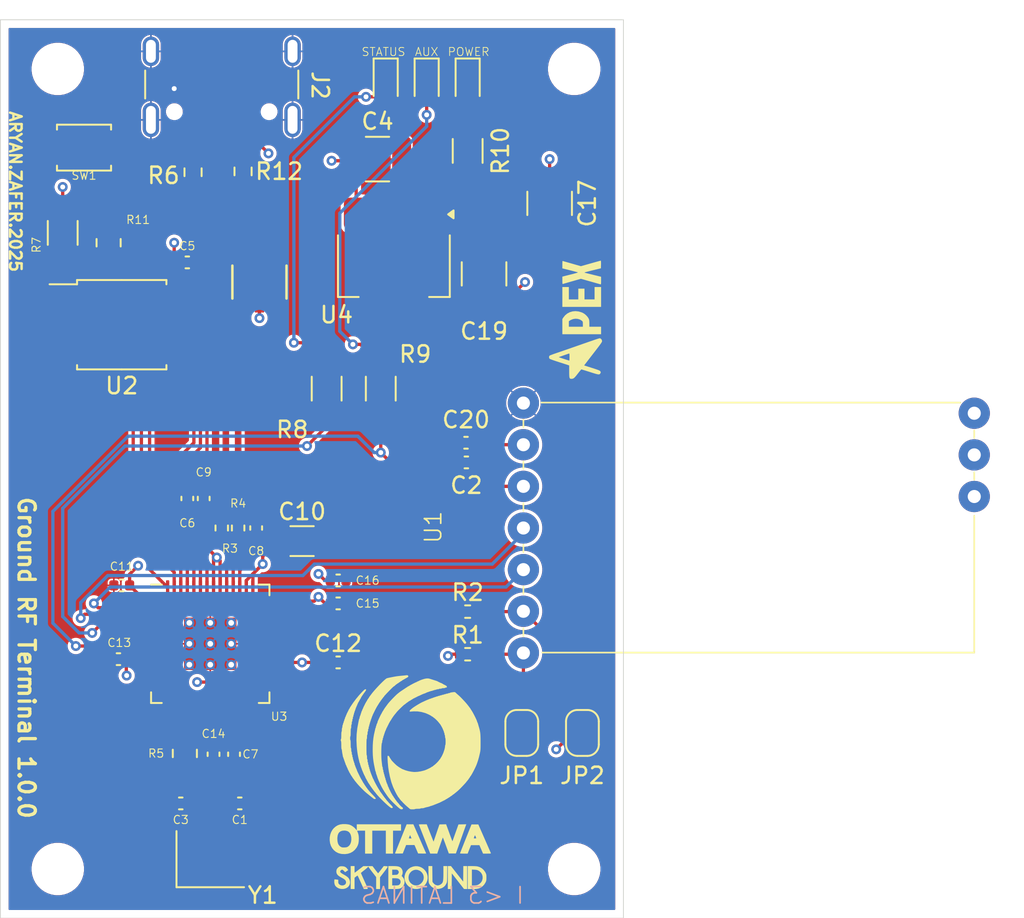
<source format=kicad_pcb>
(kicad_pcb (version 20241229) (generator "pcbnew") (generator_version "9.0")
  (layers (0 "F.Cu" signal) (4 "In1.Cu" signal) (6 "In2.Cu" signal) (2 "B.Cu" signal) (13 "F.Paste" user) (15 "B.Paste" user) (5 "F.SilkS" user "F.Silkscreen") (7 "B.SilkS" user "B.Silkscreen") (1 "F.Mask" user) (3 "B.Mask" user) (25 "Edge.Cuts" user))
  (net 0 "")
  (net 1 "Net-(C1-Pad1)")
  (net 2 "GND")
  (net 3 "VCC")
  (net 4 "XIN")
  (net 5 "+5V")
  (net 6 "+1V1")
  (net 7 "Net-(CR1-Pad3)")
  (net 8 "D+")
  (net 9 "D-")
  (net 10 "Net-(CR1-Pad1)")
  (net 11 "Net-(D1-A)")
  (net 12 "Net-(D2-A)")
  (net 13 "Net-(D3-A)")
  (net 15 "Net-(J2-CC2)")
  (net 17 "Net-(J2-CC1)")
  (net 18 "Net-(JP1-A)")
  (net 19 "Net-(JP2-A)")
  (net 20 "Net-(U3-USB_DP)")
  (net 21 "Net-(U3-USB_DM)")
  (net 22 "XOUT")
  (net 23 "QSPI_SS")
  (net 24 "STATUS")
  (net 25 "AUX")
  (net 26 "USB BOOT")
  (net 27 "TXD")
  (net 28 "RXD")
  (net 29 "QSPI_SD3")
  (net 30 "QSPI_SD1")
  (net 31 "QSPI_SD2")
  (net 32 "QSPI_SCLK")
  (net 33 "QSPI_SD0")
  (net 34 "/GPIO18")
  (net 35 "/GPIO9")
  (net 36 "/GPIO19")
  (net 37 "/SWCLK")
  (net 38 "/GPIO11")
  (net 39 "/GPIO7")
  (net 40 "/GPIO5")
  (net 41 "/GPIO25")
  (net 42 "/GPIO13")
  (net 43 "/GPIO22")
  (net 44 "/GPIO8")
  (net 45 "/GPIO27_ADC1")
  (net 46 "/GPIO12")
  (net 47 "/GPIO4")
  (net 48 "/GPIO6")
  (net 49 "/GPIO20")
  (net 50 "/GPIO28_ADC2")
  (net 51 "/GPIO23")
  (net 52 "/RUN")
  (net 53 "/GPIO15")
  (net 54 "/GPIO24")
  (net 55 "/GPIO26_ADC0")
  (net 56 "/GPIO14")
  (net 57 "/GPIO10")
  (net 58 "/SWD")
  (net 59 "/GPIO16")
  (net 60 "/GPIO29_ADC3")
  (net 61 "/GPIO17")
  (net 62 "/GPIO21")
  (footprint "Capacitor_SMD:C_0402_1005Metric" (layer "F.Cu") (at 132.6 88.2)
    (property "Reference" "C12")
    (property "Value" "100n" (hide yes))
  )
  (footprint "Resistor_SMD:R_0402_1005Metric" (layer "F.Cu") (at 125.5 80 -90)
    (property "Reference" "R3")
    (property "Value" "27")
  )
  (footprint "Capacitor_SMD:C_1210_3225Metric" (layer "F.Cu") (at 141.5 64.5 90)
    (property "Reference" "C19")
    (property "Value" "10u" (hide yes))
  )
  (footprint "MountingHole:MountingHole_2.7mm_M2.5" (layer "F.Cu") (at 147 52)
    (property "Reference" "H3" (hide yes))
    (property "Value" "MountingHole" (hide yes))
  )
  (footprint "Resistor_SMD:R_0603_1608Metric" (layer "F.Cu") (at 123.75 58.3 -90)
    (property "Reference" "R6")
    (property "Value" "5k1" (hide yes))
  )
  (footprint "Capacitor_SMD:C_0402_1005Metric" (layer "F.Cu") (at 140.4 74.8 180)
    (property "Reference" "C2")
    (property "Value" "4.7uF" (hide yes))
  )
  (footprint "ottsky-rx:SOT23-6L_STM" (layer "F.Cu") (at 127.8 65 -90)
    (property "Reference" "CR1" (hide yes))
    (property "Value" "USBLC6-2SC6" (hide yes))
  )
  (footprint "Resistor_SMD:R_0402_1005Metric" (layer "F.Cu") (at 126.5 80 -90)
    (property "Reference" "R4")
    (property "Value" "27")
  )
  (footprint "Capacitor_SMD:C_0402_1005Metric" (layer "F.Cu") (at 127.6 80 90)
    (property "Reference" "C8")
    (property "Value" "1u")
  )
  (footprint "Resistor_SMD:R_0402_1005Metric" (layer "F.Cu") (at 140.5 87.7)
    (property "Reference" "R1")
    (property "Value" "10k" (hide yes))
  )
  (footprint "Capacitor_SMD:C_0402_1005Metric" (layer "F.Cu") (at 132.6 83.2)
    (property "Reference" "C16")
    (property "Value" "100n" (hide yes))
  )
  (footprint "Resistor_SMD:R_0603_1608Metric" (layer "F.Cu") (at 126.8 58.25 -90)
    (property "Reference" "R12")
    (property "Value" "5k1" (hide yes))
  )
  (footprint "LOGO" (layer "F.Cu") (at 147 67 90)
    (property "Reference" "G***" (hide yes))
    (property "Value" "LOGO" (hide yes))
  )
  (footprint "ottsky-rx:SOIC-8_5.23x5.23mm_P1.27mm" (layer "F.Cu") (at 119.4 67.6)
    (property "Reference" "U2")
    (property "Value" "W25Q128JVS")
  )
  (footprint "Package_TO_SOT_SMD:SOT-223-3_TabPin2" (layer "F.Cu") (at 136 64 -90)
    (property "Reference" "U4")
    (property "Value" "NCP1117-3.3_SOT223" (hide yes))
  )
  (footprint "Capacitor_SMD:C_0402_1005Metric" (layer "F.Cu") (at 124.4 78.2 90)
    (property "Reference" "C9")
    (property "Value" "100n" (hide yes))
  )
  (footprint "Capacitor_SMD:C_0402_1005Metric" (layer "F.Cu") (at 123.4 78.2 90)
    (property "Reference" "C6")
    (property "Value" "100n" (hide yes))
  )
  (footprint "ottsky-rx:RP2040-QFN-56" (layer "F.Cu") (at 124.8 87.0625)
    (property "Reference" "U3")
    (property "Value" "RP2040" (hide yes))
  )
  (footprint "Resistor_SMD:R_1206_3216Metric" (layer "F.Cu") (at 140.5 57 90)
    (property "Reference" "R10")
    (property "Value" "220" (hide yes))
  )
  (footprint "Capacitor_SMD:C_0402_1005Metric" (layer "F.Cu") (at 125 93.8 -90)
    (property "Reference" "C14")
    (property "Value" "100n" (hide yes))
  )
  (footprint "Resistor_SMD:R_1206_3216Metric" (layer "F.Cu") (at 135.2 71.5 90)
    (property "Reference" "R9")
    (property "Value" "220" (hide yes))
  )
  (footprint "LED_SMD:LED_0603_1608Metric" (layer "F.Cu") (at 138 52.85 -90)
    (property "Reference" "D2" (hide yes))
    (property "Value" "LED" (hide yes))
  )
  (footprint "Resistor_SMD:R_1206_3216Metric" (layer "F.Cu") (at 131.9 71.5 90)
    (property "Reference" "R8")
    (property "Value" "220" (hide yes))
  )
  (footprint "Capacitor_SMD:C_0402_1005Metric" (layer "F.Cu") (at 126.6 96.8)
    (property "Reference" "C1")
    (property "Value" "15p" (hide yes))
  )
  (footprint "Jumper:SolderJumper-2_P1.3mm_Open_RoundedPad1.0x1.5mm" (layer "F.Cu") (at 147.5 92.5 -90)
    (property "Reference" "JP2")
    (property "Value" "Jumper_2_Bridged" (hide yes))
  )
  (footprint "Capacitor_SMD:C_1210_3225Metric" (layer "F.Cu") (at 135 57.5)
    (property "Reference" "C4")
    (property "Value" "10u" (hide yes))
  )
  (footprint "MountingHole:MountingHole_2.7mm_M2.5" (layer "F.Cu") (at 115.5 100.8)
    (property "Reference" "H1" (hide yes))
    (property "Value" "MountingHole" (hide yes))
  )
  (footprint "Resistor_SMD:R_0402_1005Metric" (layer "F.Cu") (at 140.5 85.1)
    (property "Reference" "R2")
    (property "Value" "10k" (hide yes))
  )
  (footprint "Connector_USB:USB_C_Receptacle_GCT_USB4105-xx-A_16P_TopMnt_Horizontal" (layer "F.Cu") (at 125.5 52 180)
    (property "Reference" "J2")
    (property "Value" "USB_C_Receptacle_USB2.0_16P" (hide yes))
  )
  (footprint "Resistor_SMD:R_0805_2012Metric" (layer "F.Cu") (at 118.6 62.6 90)
    (property "Reference" "R11")
    (property "Value" "1k")
  )
  (footprint "LED_SMD:LED_0603_1608Metric" (layer "F.Cu") (at 140.5 52.85 -90)
    (property "Reference" "D3" (hide yes))
    (property "Value" "LED" (hide yes))
  )
  (footprint "LOGO" (layer "F.Cu") (at 136.386379 96.080757)
    (property "Reference" "G***" (hide yes))
    (property "Value" "LOGO" (hide yes))
  )
  (footprint "Capacitor_SMD:C_0402_1005Metric" (layer "F.Cu") (at 119.2 88 180)
    (property "Reference" "C13")
    (property "Value" "100n" (hide yes))
  )
  (footprint "ottsky-rx:EBYTE-E220-900T22D" (layer "F.Cu") (at 158.4 80 90)
    (property "Reference" "U1")
    (property "Value" "~")
  )
  (footprint "Capacitor_SMD:C_0402_1005Metric" (layer "F.Cu") (at 119.4 83.5 180)
    (property "Reference" "C11")
    (property "Value" "100n")
  )
  (footprint "Capacitor_SMD:C_0402_1005Metric" (layer "F.Cu") (at 132.6 84.6)
    (property "Reference" "C15")
    (property "Value" "100n" (hide yes))
  )
  (footprint "Capacitor_SMD:C_0402_1005Metric" (layer "F.Cu") (at 123 96.8 180)
    (property "Reference" "C3")
    (property "Value" "15p" (hide yes))
  )
  (footprint "MountingHole:MountingHole_2.7mm_M2.5" (layer "F.Cu") (at 115.5 52)
    (property "Reference" "H2" (hide yes))
    (property "Value" "MountingHole" (hide yes))
  )
  (footprint "Resistor_SMD:R_0805_2012Metric" (layer "F.Cu") (at 123.25 93.75 -90)
    (property "Reference" "R5")
    (property "Value" "1k" (hide yes))
  )
  (footprint "Crystal:Crystal_SMD_3225-4Pin_3.2x2.5mm" (layer "F.Cu") (at 124.8 100.2)
    (property "Reference" "Y1")
    (property "Value" "ABM8-272-T3" (hide yes))
  )
  (footprint "Capacitor_SMD:C_0402_1005Metric" (layer "F.Cu") (at 126.25 93.8 -90)
    (property "Reference" "C7")
    (property "Value" "100n" (hide yes))
  )
  (footprint "Capacitor_SMD:C_1206_3216Metric" (layer "F.Cu") (at 130.4 80.8)
    (property "Reference" "C10")
    (property "Value" "1u")
  )
  (footprint "Jumper:SolderJumper-2_P1.3mm_Open_RoundedPad1.0x1.5mm" (layer "F.Cu") (at 143.8 92.5 -90)
    (property "Reference" "JP1")
    (property "Value" "Jumper_2_Bridged" (hide yes))
  )
  (footprint "LED_SMD:LED_0603_1608Metric" (layer "F.Cu") (at 135.5 52.85 -90)
    (property "Reference" "D1" (hide yes))
    (property "Value" "LED" (hide yes))
  )
  (footprint "Button_Switch_SMD:SW_SPST_B3U-1000P" (layer "F.Cu") (at 117.1 56.8)
    (property "Reference" "SW1")
    (property "Value" "SW_Push" (hide yes))
  )
  (footprint "Capacitor_SMD:C_1210_3225Metric" (layer "F.Cu") (at 145.5 60.2 -90)
    (property "Reference" "C17")
    (property "Value" "10u" (hide yes))
  )
  (footprint "Capacitor_SMD:C_0402_1005Metric" (layer "F.Cu") (at 123.4 63.8)
    (property "Reference" "C5")
    (property "Value" "100n" (hide yes))
  )
  (footprint "Resistor_SMD:R_1206_3216Metric" (layer "F.Cu") (at 115.8 62 -90)
    (property "Reference" "R7")
    (property "Value" "DNF")
  )
  (footprint "Capacitor_SMD:C_0402_1005Metric" (layer "F.Cu") (at 140.42 76)
    (property "Reference" "C20")
    (property "Value" "100n" (hide yes))
  )
  (footprint "MountingHole:MountingHole_2.7mm_M2.5" (layer "F.Cu") (at 147 100.8)
    (property "Reference" "H4" (hide yes))
    (property "Value" "MountingHole" (hide yes))
  )
  (gr_rect (start 112 49) (end 150 103.8) (stroke (width 0.05)) (fill no) (layer "Edge.Cuts"))
  (gr_text "STATUS" (at 134 51.25 0) (layer "F.SilkS") (effects (font (size 0.5 0.5) (thickness 0.05) (bold yes)) (justify left bottom)))
  (gr_text "ARYAN.ZAFER.2025" (at 112.5 54.5 270) (layer "F.SilkS") (effects (font (size 0.7 0.7) (thickness 0.15) (bold yes)) (justify left bottom)))
  (gr_text "AUX" (at 137.25 51.25 0) (layer "F.SilkS") (effects (font (size 0.5 0.5) (thickness 0.05) (bold yes)) (justify left bottom)))
  (gr_text "Ground RF Terminal 1.0.0" (at 113 78 270) (layer "F.SilkS") (effects (font (size 1 1) (thickness 0.2) (bold yes)) (justify left bottom)))
  (gr_text "POWER" (at 139.25 51.25 0) (layer "F.SilkS") (effects (font (size 0.5 0.5) (thickness 0.05) (bold yes)) (justify left bottom)))
  (gr_text "I <3 LATINAS" (at 144 103 0) (layer "B.SilkS") (effects (font (size 1 1) (thickness 0.1)) (justify left bottom mirror)))
  (segment (start 123.9875 95.4) (end 123.25 94.6625) (width 0.2) (layer "F.Cu") (net 1))
  (segment (start 126.12 96.8) (end 126.12 99.13) (width 0.2) (layer "F.Cu") (net 1))
  (segment (start 126.12 96.8) (end 126.12 96.52) (width 0.2) (layer "F.Cu") (net 1))
  (segment (start 126.12 96.52) (end 125 95.4) (width 0.2) (layer "F.Cu") (net 1))
  (segment (start 125 95.4) (end 123.9875 95.4) (width 0.2) (layer "F.Cu") (net 1))
  (segment (start 126.12 99.13) (end 125.9 99.35) (width 0.2) (layer "F.Cu") (net 1))
  (segment (start 121.93 53.87) (end 122.6 53.2) (width 0.2) (layer "F.Cu") (net 2))
  (segment (start 121.93 55.31) (end 121.93 53.87) (width 0.2) (layer "F.Cu") (net 2))
  (segment (start 122.3 55.68) (end 121.93 55.31) (width 0.2) (layer "F.Cu") (net 2))
  (via (at 122.6 53.2) (size 0.6) (drill 0.3) (layers "F.Cu" "B.Cu") (net 2))
  (segment (start 129.82 50.925) (end 129.82 51.18) (width 0.2) (layer "B.Cu") (net 2))
  (segment (start 121.18 50.925) (end 121.425 50.925) (width 0.2) (layer "B.Cu") (net 2))
  (segment (start 125.4 82.9) (end 125.4 83.625) (width 0.2) (layer "F.Cu") (net 3))
  (segment (start 127 83.2) (end 127 83.625) (width 0.2) (layer "F.Cu") (net 3))
  (segment (start 139.4 87.7) (end 139.3 87.8) (width 0.2) (layer "F.Cu") (net 3))
  (segment (start 125 89.827438) (end 124.572562 89.4) (width 0.2) (layer "F.Cu") (net 3))
  (segment (start 136 60.85) (end 138.3875 58.4625) (width 0.2) (layer "F.Cu") (net 3))
  (segment (start 145.5 58.725) (end 145.5 57.5) (width 0.2) (layer "F.Cu") (net 3))
  (segment (start 138.3875 58.4625) (end 140.5 58.4625) (width 0.2) (layer "F.Cu") (net 3))
  (segment (start 128 82.2) (end 127 83.2) (width 0.2) (layer "F.Cu") (net 3))
  (segment (start 140.88 74.8) (end 140.88 75.98) (width 0.2) (layer "F.Cu") (net 3))
  (segment (start 125.4 82) (end 125.2 81.8) (width 0.2) (layer "F.Cu") (net 3))
  (segment (start 131.8 84.6) (end 131.4 84.2) (width 0.2) (layer "F.Cu") (net 3))
  (segment (start 140.88 75.98) (end 140.9 76) (width 0.2) (layer "F.Cu") (net 3))
  (segment (start 121.3625 84.4625) (end 120.8425 84.4625) (width 0.2) (layer "F.Cu") (net 3))
  (segment (start 125.4 83.225) (end 125.4 83) (width 0.2) (layer "F.Cu") (net 3))
  (segment (start 130.4 88.2) (end 132.12 88.2) (width 0.2) (layer "F.Cu") (net 3))
  (segment (start 128.2375 84.4625) (end 131.1375 84.4625) (width 0.2) (layer "F.Cu") (net 3))
  (segment (start 132.12 84.6) (end 131.8 84.6) (width 0.2) (layer "F.Cu") (net 3))
  (segment (start 119.68 88) (end 119.68 88.98) (width 0.2) (layer "F.Cu") (net 3))
  (segment (start 119.68 88.98) (end 119.7 89) (width 0.2) (layer "F.Cu") (net 3))
  (segment (start 123 63.92) (end 123.12 63.8) (width 0.2) (layer "F.Cu") (net 3))
  (segment (start 125.4 83.625) (end 125.4 83) (width 0.2) (layer "F.Cu") (net 3))
  (segment (start 128 81.725) (end 128.925 80.8) (width 0.2) (layer "F.Cu") (net 3))
  (segment (start 143.9 74.92) (end 141 74.92) (width 0.2) (layer "F.Cu") (net 3))
  (segment (start 147.5 93.15) (end 146.25 93.15) (width 0.2) (layer "F.Cu") (net 3))
  (segment (start 141 74.92) (end 140.88 74.8) (width 0.2) (layer "F.Cu") (net 3))
  (segment (start 132.12 83.2) (end 131.8 83.2) (width 0.2) (layer "F.Cu") (net 3))
  (segment (start 125.4 83) (end 125.4 82) (width 0.2) (layer "F.Cu") (net 3))
  (segment (start 121.3625 88.0625) (end 119.7425 88.0625) (width 0.2) (layer "F.Cu") (net 3))
  (segment (start 125.2 81.8) (end 124.55 81.15) (width 0.2) (layer "F.Cu") (net 3))
  (segment (start 124.4 81) (end 124.4 78.68) (width 0.2) (layer "F.Cu") (net 3))
  (segment (start 115.8 60.5375) (end 115.8 59.2) (width 0.2) (layer "F.Cu") (net 3))
  (segment (start 136 62.5) (end 139.475 65.975) (width 0.2) (layer "F.Cu") (net 3))
  (segment (start 124.572562 89.4) (end 124 89.4) (width 0.2) (layer "F.Cu") (net 3))
  (segment (start 122.6 63.48) (end 122.92 63.8) (width 0.2) (layer "F.Cu") (net 3))
  (segment (start 139.99 87.7) (end 139.4 87.7) (width 0.2) (layer "F.Cu") (net 3))
  (segment (start 127.4 82.8) (end 127.4 83.625) (width 0.2) (layer "F.Cu") (net 3))
  (segment (start 125 90.5) (end 125 89.827438) (width 0.2) (layer "F.Cu") (net 3))
  (segment (start 120.8425 84.4625) (end 119.88 83.5) (width 0.2) (layer "F.Cu") (net 3))
  (segment (start 119.7425 88.0625) (end 119.68 88) (width 0.2) (layer "F.Cu") (net 3))
  (segment (start 146.25 93.15) (end 145.9 93.5) (width 0.2) (layer "F.Cu") (net 3))
  (segment (start 124.55 81.15) (end 124.4 81) (width 0.2) (layer "F.Cu") (net 3))
  (segment (start 131.1375 84.4625) (end 131.4 84.2) (width 0.2) (layer "F.Cu") (net 3))
  (segment (start 128.2375 88.0625) (end 128.9375 88.0625) (width 0.2) (layer "F.Cu") (net 3))
  (segment (start 128.9375 88.0625) (end 129.075 88.2) (width 0.2) (layer "F.Cu") (net 3))
  (segment (start 123 65.695) (end 123 63.92) (width 0.2) (layer "F.Cu") (net 3))
  (segment (start 119.88 83.5) (end 119.88 82.82) (width 0.2) (layer "F.Cu") (net 3))
  (segment (start 119.88 82.82) (end 120.4 82.3) (width 0.2) (layer "F.Cu") (net 3))
  (segment (start 125 81.6) (end 124.55 81.15) (width 0.2) (layer "F.Cu") (net 3))
  (segment (start 143.025 65.975) (end 144 65) (width 0.2) (layer "F.Cu") (net 3))
  (segment (start 125 90.5) (end 125 93.32) (width 0.2) (layer "F.Cu") (net 3))
  (segment (start 122.6 62.6) (end 122.6 63.48) (width 0.2) (layer "F.Cu") (net 3))
  (segment (start 131.8 83.2) (end 131.4 82.8) (width 0.2) (layer "F.Cu") (net 3))
  (segment (start 128 82.2) (end 127.4 82.8) (width 0.2) (layer "F.Cu") (net 3))
  (segment (start 141.5 65.975) (end 143.025 65.975) (width 0.2) (layer "F.Cu") (net 3))
  (segment (start 136 60.85) (end 136 62.5) (width 0.2) (layer "F.Cu") (net 3))
  (segment (start 139.475 65.975) (end 141.5 65.975) (width 0.2) (layer "F.Cu") (net 3))
  (segment (start 128 82.2) (end 128 81.725) (width 0.2) (layer "F.Cu") (net 3))
  (segment (start 129.075 88.2) (end 130.4 88.2) (width 0.2) (layer "F.Cu") (net 3))
  (segment (start 125 83.625) (end 125 81.6) (width 0.2) (layer "F.Cu") (net 3))
  (via (at 119.7 89) (size 0.6) (drill 0.3) (layers "F.Cu" "B.Cu") (net 3))
  (via (at 128 82.2) (size 0.6) (drill 0.3) (layers "F.Cu" "B.Cu") (net 3))
  (via (at 131.4 84.2) (size 0.6) (drill 0.3) (layers "F.Cu" "B.Cu") (net 3))
  (via (at 122.6 62.6) (size 0.6) (drill 0.3) (layers "F.Cu" "B.Cu") (net 3))
  (via (at 139.3 87.8) (size 0.6) (drill 0.3) (layers "F.Cu" "B.Cu") (net 3))
  (via (at 144 65) (size 0.6) (drill 0.3) (layers "F.Cu" "B.Cu") (net 3))
  (via (at 124 89.4) (size 0.6) (drill 0.3) (layers "F.Cu" "B.Cu") (net 3))
  (via (at 115.8 59.2) (size 0.6) (drill 0.3) (layers "F.Cu" "B.Cu") (net 3))
  (via (at 131.4 82.8) (size 0.6) (drill 0.3) (layers "F.Cu" "B.Cu") (net 3))
  (via (at 145.9 93.5) (size 0.6) (drill 0.3) (layers "F.Cu" "B.Cu") (net 3))
  (via (at 120.4 82.3) (size 0.6) (drill 0.3) (layers "F.Cu" "B.Cu") (net 3))
  (via (at 145.5 57.5) (size 0.6) (drill 0.3) (layers "F.Cu" "B.Cu") (net 3))
  (via (at 130.4 88.2) (size 0.6) (drill 0.3) (layers "F.Cu" "B.Cu") (net 3))
  (via (at 125.2 81.8) (size 0.6) (drill 0.3) (layers "F.Cu" "B.Cu") (net 3))
  (segment (start 123.48 96.8) (end 122.249 95.569) (width 0.2) (layer "F.Cu") (net 4))
  (segment (start 123.8 92) (end 124.2 91.6) (width 0.2) (layer "F.Cu") (net 4))
  (segment (start 124.899 99.851) (end 124.899 98.219) (width 0.2) (layer "F.Cu") (net 4))
  (segment (start 124.2 91.6) (end 124.2 90.5) (width 0.2) (layer "F.Cu") (net 4))
  (segment (start 122.249 95.569) (end 122.249 92.33984) (width 0.2) (layer "F.Cu") (net 4))
  (segment (start 122.249 92.33984) (end 122.58884 92) (width 0.2) (layer "F.Cu") (net 4))
  (segment (start 123.7 101.05) (end 124.899 99.851) (width 0.2) (layer "F.Cu") (net 4))
  (segment (start 122.58884 92) (end 123.8 92) (width 0.2) (layer "F.Cu") (net 4))
  (segment (start 124.899 98.219) (end 123.48 96.8) (width 0.2) (layer "F.Cu") (net 4))
  (segment (start 132.2 57.6) (end 133.425 57.6) (width 0.2) (layer "F.Cu") (net 5))
  (segment (start 123.1 55.221176) (end 123.921176 54.4) (width 0.2) (layer "F.Cu") (net 5))
  (segment (start 128.35 57.15) (end 128.4 57.2) (width 0.2) (layer "F.Cu") (net 5))
  (segment (start 127.9 55.68) (end 127.9 56.7) (width 0.2) (layer "F.Cu") (net 5))
  (segment (start 133.425 57.6) (end 133.525 57.5) (width 0.2) (layer "F.Cu") (net 5))
  (segment (start 123.1 55.68) (end 123.1 55.221176) (width 0.2) (layer "F.Cu") (net 5))
  (segment (start 127.9 55.076664) (end 127.9 55.68) (width 0.2) (layer "F.Cu") (net 5))
  (segment (start 127.8 66.36525) (end 127.8 66) (width 0.2) (layer "F.Cu") (net 5))
  (segment (start 127.8 66.36525) (end 127.8 67.2) (width 0.2) (layer "F.Cu") (net 5))
  (segment (start 133.7 57.675) (end 133.525 57.5) (width 0.2) (layer "F.Cu") (net 5))
  (segment (start 123.921176 54.4) (end 127.223336 54.4) (width 0.2) (layer "F.Cu") (net 5))
  (segment (start 127.9 56.7) (end 128.35 57.15) (width 0.2) (layer "F.Cu") (net 5))
  (segment (start 133.7 60.85) (end 133.7 57.675) (width 0.2) (layer "F.Cu") (net 5))
  (segment (start 127.223336 54.4) (end 127.9 55.076664) (width 0.2) (layer "F.Cu") (net 5))
  (via (at 128.35 57.15) (size 0.6) (drill 0.3) (layers "F.Cu" "B.Cu") (net 5))
  (via (at 127.8 67.2) (size 0.6) (drill 0.3) (layers "F.Cu" "B.Cu") (net 5))
  (via (at 132.2 57.6) (size 0.6) (drill 0.3) (layers "F.Cu" "B.Cu") (net 5))
  (segment (start 124.6 84.4) (end 125 84.8) (width 0.2) (layer "F.Cu") (net 6))
  (segment (start 125.4 91.9) (end 126.25 92.75) (width 0.2) (layer "F.Cu") (net 6))
  (segment (start 124.109 81.120536) (end 124.109 79.389) (width 0.2) (layer "F.Cu") (net 6))
  (segment (start 126.25 92.75) (end 126.25 93.32) (width 0.2) (layer "F.Cu") (net 6))
  (segment (start 126.6 82.6) (end 126.6 83.625) (width 0.2) (layer "F.Cu") (net 6))
  (segment (start 126 84.8) (end 126.6 84.2) (width 0.2) (layer "F.Cu") (net 6))
  (segment (start 124.109 79.389) (end 123.4 78.68) (width 0.2) (layer "F.Cu") (net 6))
  (segment (start 125.8 89.4) (end 126.6 89.4) (width 0.2) (layer "F.Cu") (net 6))
  (segment (start 127.2 84.8) (end 127.2 88.8) (width 0.2) (layer "F.Cu") (net 6))
  (segment (start 127.6 81.6) (end 126.6 82.6) (width 0.2) (layer "F.Cu") (net 6))
  (segment (start 125.4 89.8) (end 125.8 89.4) (width 0.2) (layer "F.Cu") (net 6))
  (segment (start 125.4 90.5) (end 125.4 89.8) (width 0.2) (layer "F.Cu") (net 6))
  (segment (start 125 84.8) (end 126 84.8) (width 0.2) (layer "F.Cu") (net 6))
  (segment (start 126.6 83.625) (end 126.6 84.2) (width 0.2) (layer "F.Cu") (net 6))
  (segment (start 127.6 80.48) (end 127.6 81.6) (width 0.2) (layer "F.Cu") (net 6))
  (segment (start 126.6 84.2) (end 127.2 84.8) (width 0.2) (layer "F.Cu") (net 6))
  (segment (start 124.6 83.625) (end 124.6 81.611536) (width 0.2) (layer "F.Cu") (net 6))
  (segment (start 124.6 81.611536) (end 124.2 81.211536) (width 0.2) (layer "F.Cu") (net 6))
  (segment (start 124.2 81.211536) (end 124.109 81.120536) (width 0.2) (layer "F.Cu") (net 6))
  (segment (start 124.6 83.625) (end 124.6 84.4) (width 0.2) (layer "F.Cu") (net 6))
  (segment (start 126.6 89.4) (end 127.2 88.8) (width 0.2) (layer "F.Cu") (net 6))
  (segment (start 125.4 90.5) (end 125.4 91.9) (width 0.2) (layer "F.Cu") (net 6))
  (segment (start 125.4 57.4) (end 125.4 63.2) (width 0.2) (layer "F.Cu") (net 7))
  (segment (start 125.4 63.2) (end 125.83475 63.63475) (width 0.2) (layer "F.Cu") (net 7))
  (segment (start 126.25 55.68) (end 126.25 56.55) (width 0.2) (layer "F.Cu") (net 7))
  (segment (start 125.982824 54.804) (end 126.25 55.071176) (width 0.2) (layer "F.Cu") (net 7))
  (segment (start 125.517176 54.804) (end 125.982824 54.804) (width 0.2) (layer "F.Cu") (net 7))
  (segment (start 126.25 55.071176) (end 126.25 55.68) (width 0.2) (layer "F.Cu") (net 7))
  (segment (start 125.25 55.68) (end 125.25 55.071176) (width 0.2) (layer "F.Cu") (net 7))
  (segment (start 126.25 56.55) (end 125.4 57.4) (width 0.2) (layer "F.Cu") (net 7))
  (segment (start 125.83475 63.63475) (end 126.849999 63.63475) (width 0.2) (layer "F.Cu") (net 7))
  (segment (start 125.25 55.071176) (end 125.517176 54.804) (width 0.2) (layer "F.Cu") (net 7))
  (segment (start 125.5 79.49) (end 125.5 79.40824) (width 0.4) (layer "F.Cu") (net 8))
  (segment (start 128.750001 65.750001) (end 128.750001 66.36525) (width 0.4) (layer "F.Cu") (net 8))
  (segment (start 125.75 79.15824) (end 125.75 65.9753) (width 0.4) (layer "F.Cu") (net 8))
  (segment (start 128.4753 65.4753) (end 128.750001 65.750001) (width 0.4) (layer "F.Cu") (net 8))
  (segment (start 125.5 79.40824) (end 125.75 79.15824) (width 0.4) (layer "F.Cu") (net 8))
  (segment (start 126.25 65.4753) (end 128.4753 65.4753) (width 0.4) (layer "F.Cu") (net 8))
  (segment (start 125.75 65.9753) (end 126.25 65.4753) (width 0.4) (layer "F.Cu") (net 8))
  (segment (start 126.5 79.49) (end 126.5 66.715249) (width 0.4) (layer "F.Cu") (net 9))
  (segment (start 126.5 66.715249) (end 126.849999 66.36525) (width 0.4) (layer "F.Cu") (net 9))
  (segment (start 124.75 56.288824) (end 125.017176 56.556) (width 0.2) (layer "F.Cu") (net 10))
  (segment (start 128.35 65) (end 128.750001 64.599999) (width 0.2) (layer "F.Cu") (net 10))
  (segment (start 125 63.4) (end 126.6 65) (width 0.2) (layer "F.Cu") (net 10))
  (segment (start 125.644 56.556) (end 125.75 56.45) (width 0.2) (layer "F.Cu") (net 10))
  (segment (start 125.017176 56.556) (end 125.644 56.556) (width 0.2) (layer "F.Cu") (net 10))
  (segment (start 126.6 65) (end 128.35 65) (width 0.2) (layer "F.Cu") (net 10))
  (segment (start 125.75 56.45) (end 125 57.2) (width 0.2) (layer "F.Cu") (net 10))
  (segment (start 128.750001 64.599999) (end 128.750001 63.63475) (width 0.2) (layer "F.Cu") (net 10))
  (segment (start 124.75 55.68) (end 124.75 56.288824) (width 0.2) (layer "F.Cu") (net 10))
  (segment (start 125.75 55.68) (end 125.75 56.45) (width 0.2) (layer "F.Cu") (net 10))
  (segment (start 125 57.2) (end 125 63.4) (width 0.2) (layer "F.Cu") (net 10))
  (segment (start 135.4375 53.7) (end 135.5 53.6375) (width 0.2) (layer "F.Cu") (net 11))
  (segment (start 131.9 70.0375) (end 130.5625 68.7) (width 0.2) (layer "F.Cu") (net 11))
  (segment (start 130.5625 68.7) (end 129.9 68.7) (width 0.2) (layer "F.Cu") (net 11))
  (segment (start 134.3 53.7) (end 135.4375 53.7) (width 0.2) (layer "F.Cu") (net 11))
  (via (at 134.3 53.7) (size 0.6) (drill 0.3) (layers "F.Cu" "B.Cu") (net 11))
  (via (at 129.9 68.7) (size 0.6) (drill 0.3) (layers "F.Cu" "B.Cu") (net 11))
  (segment (start 133.6 53.7) (end 134.3 53.7) (width 0.2) (layer "B.Cu") (net 11))
  (segment (start 133.6 53.7) (end 129.9 57.4) (width 0.2) (layer "B.Cu") (net 11))
  (segment (start 129.9 57.4) (end 129.9 68.7) (width 0.2) (layer "B.Cu") (net 11))
  (segment (start 135.2 70.0375) (end 133.9625 68.8) (width 0.2) (layer "F.Cu") (net 12))
  (segment (start 133.9625 68.8) (end 133.5 68.8) (width 0.2) (layer "F.Cu") (net 12))
  (segment (start 138 54.8) (end 138 53.6375) (width 0.2) (layer "F.Cu") (net 12))
  (via (at 138 54.8) (size 0.6) (drill 0.3) (layers "F.Cu" "B.Cu") (net 12))
  (via (at 133.5 68.8) (size 0.6) (drill 0.3) (layers "F.Cu" "B.Cu") (net 12))
  (segment (start 132.7 68) (end 133.5 68.8) (width 0.2) (layer "B.Cu") (net 12))
  (segment (start 138 54.8) (end 138 55.5) (width 0.2) (layer "B.Cu") (net 12))
  (segment (start 138 55.5) (end 132.7 60.8) (width 0.2) (layer "B.Cu") (net 12))
  (segment (start 132.7 60.8) (end 132.7 68) (width 0.2) (layer "B.Cu") (net 12))
  (segment (start 140.5 55.5375) (end 140.5 53.6375) (width 0.2) (layer "F.Cu") (net 13))
  (segment (start 123.8 57.775) (end 123.8 55.73) (width 0.2) (layer "F.Cu") (net 15))
  (segment (start 123.8 55.73) (end 123.75 55.68) (width 0.2) (layer "F.Cu") (net 15))
  (segment (start 126.8 57.775) (end 126.8 55.73) (width 0.2) (layer "F.Cu") (net 17))
  (segment (start 126.8 55.73) (end 126.75 55.68) (width 0.2) (layer "F.Cu") (net 17))
  (segment (start 143.82 87.62) (end 143.74 87.7) (width 0.2) (layer "F.Cu") (net 18))
  (segment (start 143.74 87.7) (end 141.01 87.7) (width 0.2) (layer "F.Cu") (net 18))
  (segment (start 143.9 91.75) (end 143.8 91.85) (width 0.2) (layer "F.Cu") (net 18))
  (segment (start 143.9 87.62) (end 143.82 87.62) (width 0.2) (layer "F.Cu") (net 18))
  (segment (start 143.9 87.62) (end 143.9 91.75) (width 0.2) (layer "F.Cu") (net 18))
  (segment (start 143.88 85.1) (end 143.9 85.08) (width 0.2) (layer "F.Cu") (net 19))
  (segment (start 147.5 88.68) (end 143.9 85.08) (width 0.2) (layer "F.Cu") (net 19))
  (segment (start 141.01 85.1) (end 143.88 85.1) (width 0.2) (layer "F.Cu") (net 19))
  (segment (start 147.5 91.85) (end 147.5 88.68) (width 0.2) (layer "F.Cu") (net 19))
  (segment (start 125.8 83.625) (end 125.8 80.68) (width 0.2) (layer "F.Cu") (net 20))
  (segment (start 125.8 80.68) (end 125.6 80.48) (width 0.2) (layer "F.Cu") (net 20))
  (segment (start 126.2 82) (end 126.2 83.625) (width 0.2) (layer "F.Cu") (net 21))
  (segment (start 126.6 81.6) (end 126.2 82) (width 0.2) (layer "F.Cu") (net 21))
  (segment (start 126.6 80.48) (end 126.6 81.6) (width 0.2) (layer "F.Cu") (net 21))
  (segment (start 123.25 92.8375) (end 123.6625 92.8375) (width 0.2) (layer "F.Cu") (net 22))
  (segment (start 123.6625 92.8375) (end 124.6 91.9) (width 0.2) (layer "F.Cu") (net 22))
  (segment (start 124.6 91.9) (end 124.6 90.5) (width 0.2) (layer "F.Cu") (net 22))
  (segment (start 115.8 65.695) (end 114.605 65.695) (width 0.2) (layer "F.Cu") (net 23))
  (segment (start 113.5 66.8) (end 113.5 70.8) (width 0.2) (layer "F.Cu") (net 23))
  (segment (start 115.8 63.4625) (end 118.55 63.4625) (width 0.2) (layer "F.Cu") (net 23))
  (segment (start 113.5 70.8) (end 114.9 72.2) (width 0.2) (layer "F.Cu") (net 23))
  (segment (start 115.8 65.695) (end 115.8 63.4625) (width 0.2) (layer "F.Cu") (net 23))
  (segment (start 120.1 73.5) (end 120.1 80) (width 0.2) (layer "F.Cu") (net 23))
  (segment (start 120.1 80) (end 121.1 81) (width 0.2) (layer "F.Cu") (net 23))
  (segment (start 118.55 63.4625) (end 118.6 63.5125) (width 0.2) (layer "F.Cu") (net 23))
  (segment (start 118.8 72.2) (end 120.1 73.5) (width 0.2) (layer "F.Cu") (net 23))
  (segment (start 121.1 81) (end 121.1 82.526) (width 0.2) (layer "F.Cu") (net 23))
  (segment (start 114.9 72.2) (end 118.8 72.2) (width 0.2) (layer "F.Cu") (net 23))
  (segment (start 121.1 82.526) (end 122.199 83.625) (width 0.2) (layer "F.Cu") (net 23))
  (segment (start 114.605 65.695) (end 113.5 66.8) (width 0.2) (layer "F.Cu") (net 23))
  (segment (start 130.7 75) (end 131.9 73.8) (width 0.2) (layer "F.Cu") (net 24))
  (segment (start 131.9 73.8) (end 131.9 72.9625) (width 0.2) (layer "F.Cu") (net 24))
  (segment (start 121.3625 85.6625) (end 118.3375 85.6625) (width 0.2) (layer "F.Cu") (net 24))
  (segment (start 118.3375 85.6625) (end 117.6 86.4) (width 0.2) (layer "F.Cu") (net 24))
  (via (at 130.7 75) (size 0.6) (drill 0.3) (layers "F.Cu" "B.Cu") (net 24))
  (via (at 117.6 86.4) (size 0.6) (drill 0.3) (layers "F.Cu" "B.Cu") (net 24))
  (segment (start 115.8 85.4) (end 116.8 86.4) (width 0.2) (layer "B.Cu") (net 24))
  (segment (start 116.8 86.4) (end 117.6 86.4) (width 0.2) (layer "B.Cu") (net 24))
  (segment (start 119.6 75) (end 115.8 78.8) (width 0.2) (layer "B.Cu") (net 24))
  (segment (start 115.8 78.8) (end 115.8 85.4) (width 0.2) (layer "B.Cu") (net 24))
  (segment (start 130.7 75) (end 119.6 75) (width 0.2) (layer "B.Cu") (net 24))
  (segment (start 135.2 75.4) (end 137.26 77.46) (width 0.2) (layer "F.Cu") (net 25))
  (segment (start 118.58245 87.2) (end 116.6 87.2) (width 0.2) (layer "F.Cu") (net 25))
  (segment (start 137.26 77.46) (end 143.9 77.46) (width 0.2) (layer "F.Cu") (net 25))
  (segment (start 121.3625 86.0625) (end 119.71995 86.0625) (width 0.2) (layer "F.Cu") (net 25))
  (segment (start 135.2 75.4) (end 135.2 72.9625) (width 0.2) (layer "F.Cu") (net 25))
  (segment (start 119.71995 86.0625) (end 118.58245 87.2) (width 0.2) (layer "F.Cu") (net 25))
  (via (at 135.2 75.4) (size 0.6) (drill 0.3) (layers "F.Cu" "B.Cu") (net 25))
  (via (at 116.6 87.2) (size 0.6) (drill 0.3) (layers "F.Cu" "B.Cu") (net 25))
  (segment (start 135.2 75.4) (end 134.8 75.4) (width 0.2) (layer "B.Cu") (net 25))
  (segment (start 119.789464 74.399) (end 115.2 78.988464) (width 0.2) (layer "B.Cu") (net 25))
  (segment (start 134.8 75.4) (end 133.799 74.399) (width 0.2) (layer "B.Cu") (net 25))
  (segment (start 115.2 78.988464) (end 115.2 85.8) (width 0.2) (layer "B.Cu") (net 25))
  (segment (start 115.2 85.8) (end 116.6 87.2) (width 0.2) (layer "B.Cu") (net 25))
  (segment (start 133.799 74.399) (end 119.789464 74.399) (width 0.2) (layer "B.Cu") (net 25))
  (segment (start 118.6 57) (end 118.8 56.8) (width 0.2) (layer "F.Cu") (net 26))
  (segment (start 118.6 61.6875) (end 118.6 57) (width 0.2) (layer "F.Cu") (net 26))
  (segment (start 121.3625 85.2625) (end 117.1375 85.2625) (width 0.2) (layer "F.Cu") (net 27))
  (segment (start 117.1375 85.2625) (end 116.9 85.5) (width 0.2) (layer "F.Cu") (net 27))
  (via (at 116.9 85.5) (size 0.6) (drill 0.3) (layers "F.Cu" "B.Cu") (net 27))
  (segment (start 142 82.2) (end 143.9 80.3) (width 0.2) (layer "B.Cu") (net 27))
  (segment (start 131.150057 82.2) (end 142 82.2) (width 0.2) (layer "B.Cu") (net 27))
  (segment (start 116.9 85.5) (end 116.9 84.550057) (width 0.2) (layer "B.Cu") (net 27))
  (segment (start 116.9 84.550057) (end 118.550057 82.9) (width 0.2) (layer "B.Cu") (net 27))
  (segment (start 143.9 80.3) (end 143.9 80) (width 0.2) (layer "B.Cu") (net 27))
  (segment (start 118.550057 82.9) (end 130.450057 82.9) (width 0.2) (layer "B.Cu") (net 27))
  (segment (start 130.450057 82.9) (end 131.150057 82.2) (width 0.2) (layer "B.Cu") (net 27))
  (segment (start 121.3625 84.8625) (end 117.9625 84.8625) (width 0.2) (layer "F.Cu") (net 28))
  (segment (start 117.9625 84.8625) (end 117.7 84.6) (width 0.2) (layer "F.Cu") (net 28))
  (via (at 117.7 84.6) (size 0.6) (drill 0.3) (layers "F.Cu" "B.Cu") (net 28))
  (segment (start 118.7 83.6) (end 142.84 83.6) (width 0.2) (layer "B.Cu") (net 28))
  (segment (start 117.7 84.6) (end 118.7 83.6) (width 0.2) (layer "B.Cu") (net 28))
  (segment (start 142.84 83.6) (end 143.9 82.54) (width 0.2) (layer "B.Cu") (net 28))
  (segment (start 124.2 81.7) (end 124.2 83.625) (width 0.2) (layer "F.Cu") (net 29))
  (segment (start 123.6 80) (end 123.6 81.1) (width 0.2) (layer "F.Cu") (net 29))
  (segment (start 123.6 81.1) (end 124.2 81.7) (width 0.2) (layer "F.Cu") (net 29))
  (segment (start 124.6 67.765001) (end 124.6 75.5) (width 0.2) (layer "F.Cu") (net 29))
  (segment (start 122.6 77.5) (end 122.6 79) (width 0.2) (layer "F.Cu") (net 29))
  (segment (start 122.6 79) (end 123.6 80) (width 0.2) (layer "F.Cu") (net 29))
  (segment (start 123 66.965) (end 123.799999 66.965) (width 0.2) (layer "F.Cu") (net 29))
  (segment (start 123.799999 66.965) (end 124.6 67.765001) (width 0.2) (layer "F.Cu") (net 29))
  (segment (start 124.6 75.5) (end 122.6 77.5) (width 0.2) (layer "F.Cu") (net 29))
  (segment (start 119.2 71.7) (end 120.6 73.1) (width 0.2) (layer "F.Cu") (net 30))
  (segment (start 114.1 67.8) (end 114.1 70.7) (width 0.2) (layer "F.Cu") (net 30))
  (segment (start 122.6 82.7) (end 122.6 83.625) (width 0.2) (layer "F.Cu") (net 30))
  (segment (start 120.6 73.1) (end 120.6 79.8) (width 0.2) (layer "F.Cu") (net 30))
  (segment (start 121.6 80.8) (end 121.6 81.7) (width 0.2) (layer "F.Cu") (net 30))
  (segment (start 120.6 79.8) (end 121.6 80.8) (width 0.2) (layer "F.Cu") (net 30))
  (segment (start 121.6 81.7) (end 122.6 82.7) (width 0.2) (layer "F.Cu") (net 30))
  (segment (start 115.1 71.7) (end 119.2 71.7) (width 0.2) (layer "F.Cu") (net 30))
  (segment (start 114.935 66.965) (end 114.1 67.8) (width 0.2) (layer "F.Cu") (net 30))
  (segment (start 115.8 66.965) (end 114.935 66.965) (width 0.2) (layer "F.Cu") (net 30))
  (segment (start 114.1 70.7) (end 115.1 71.7) (width 0.2) (layer "F.Cu") (net 30))
  (segment (start 123 82.5) (end 123 83.625) (width 0.2) (layer "F.Cu") (net 31))
  (segment (start 121.1 72.6) (end 121.1 79.6) (width 0.2) (layer "F.Cu") (net 31))
  (segment (start 121.1 79.6) (end 122 80.5) (width 0.2) (layer "F.Cu") (net 31))
  (segment (start 122 80.5) (end 122 81.5) (width 0.2) (layer "F.Cu") (net 31))
  (segment (start 115.8 68.235) (end 116.735 68.235) (width 0.2) (layer "F.Cu") (net 31))
  (segment (start 116.735 68.235) (end 121.1 72.6) (width 0.2) (layer "F.Cu") (net 31))
  (segment (start 122 81.5) (end 123 82.5) (width 0.2) (layer "F.Cu") (net 31))
  (segment (start 123.8 82) (end 123.8 83.625) (width 0.2) (layer "F.Cu") (net 32))
  (segment (start 122.909 79.909) (end 122.920536 79.909) (width 0.2) (layer "F.Cu") (net 32))
  (segment (start 122.1 79.1) (end 122.909 79.909) (width 0.2) (layer "F.Cu") (net 32))
  (segment (start 123.171968 68.235) (end 124.2 69.263032) (width 0.2) (layer "F.Cu") (net 32))
  (segment (start 123.017304 80.005768) (end 123.017304 81.217304) (width 0.2) (layer "F.Cu") (net 32))
  (segment (start 123.017304 81.217304) (end 123.8 82) (width 0.2) (layer "F.Cu") (net 32))
  (segment (start 122.920536 79.909) (end 123.017304 80.005768) (width 0.2) (layer "F.Cu") (net 32))
  (segment (start 122.1 77.2) (end 122.1 79.1) (width 0.2) (layer "F.Cu") (net 32))
  (segment (start 124.2 75.1) (end 122.1 77.2) (width 0.2) (layer "F.Cu") (net 32))
  (segment (start 123 68.235) (end 123.171968 68.235) (width 0.2) (layer "F.Cu") (net 32))
  (segment (start 124.2 69.263032) (end 124.2 75.1) (width 0.2) (layer "F.Cu") (net 32))
  (segment (start 122.5 80.2) (end 121.6 79.3) (width 0.2) (layer "F.Cu") (net 33))
  (segment (start 122.5 81.4) (end 122.5 80.2) (width 0.2) (layer "F.Cu") (net 33))
  (segment (start 123.4 82.3) (end 122.5 81.4) (width 0.2) (layer "F.Cu") (net 33))
  (segment (start 121.6 77) (end 123.8 74.8) (width 0.2) (layer "F.Cu") (net 33))
  (segment (start 123.8 74.8) (end 123.8 70.305) (width 0.2) (layer "F.Cu") (net 33))
  (segment (start 123.4 83.625) (end 123.4 82.3) (width 0.2) (layer "F.Cu") (net 33))
  (segment (start 121.6 79.3) (end 121.6 77) (width 0.2) (layer "F.Cu") (net 33))
  (segment (start 123.8 70.305) (end 123 69.505) (width 0.2) (layer "F.Cu") (net 33))
  (zone (net 2) (net_name "GND") (layer "F.Cu") (connect_pads (clearance 0.1)) (min_thickness 0.1) (fill yes (thermal_gap 0.1) (thermal_bridge_width 0.1))
    (polygon (pts (xy 112 49) (xy 150 49) (xy 150 103.8) (xy 112 103.8)))
  )
  (zone (net 2) (net_name "GND") (layer "B.Cu") (priority 3) (connect_pads (clearance 0.1)) (min_thickness 0.1) (fill yes (thermal_gap 0.1) (thermal_bridge_width 0.1))
    (polygon (pts (xy 150 49) (xy 150 103.8) (xy 112 103.8) (xy 112 49)))
  )
)
</source>
